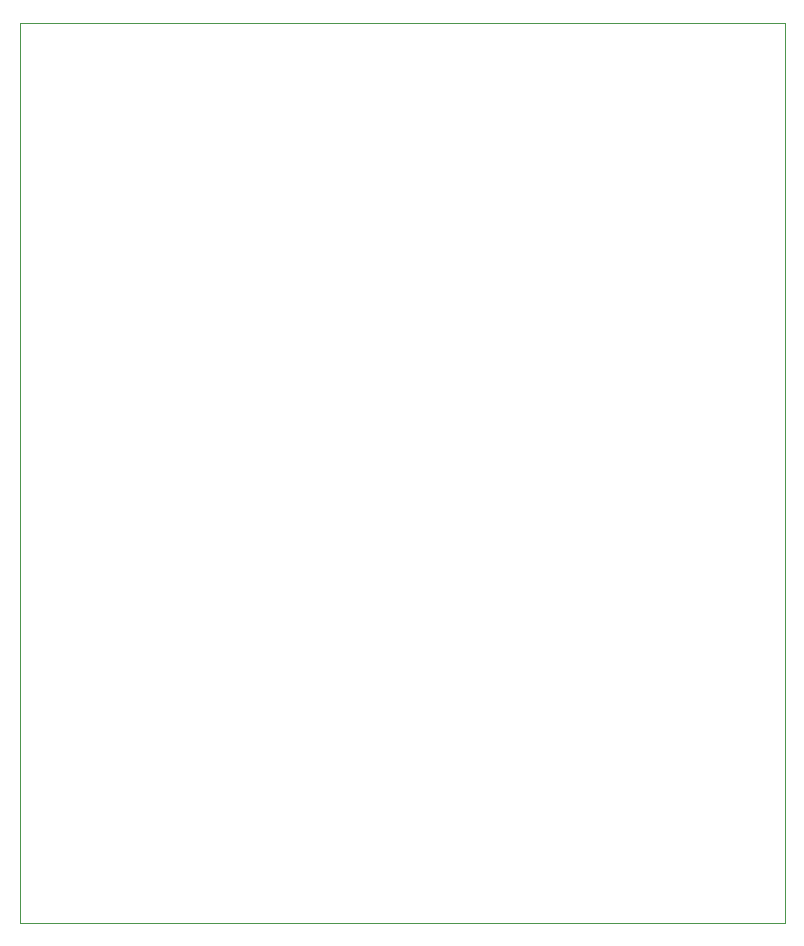
<source format=gbr>
G04 #@! TF.GenerationSoftware,KiCad,Pcbnew,5.0.1-33cea8e~68~ubuntu18.04.1*
G04 #@! TF.CreationDate,2018-11-19T17:19:21-08:00*
G04 #@! TF.ProjectId,Bioreactor,42696F72656163746F722E6B69636164,rev?*
G04 #@! TF.SameCoordinates,Original*
G04 #@! TF.FileFunction,Profile,NP*
%FSLAX46Y46*%
G04 Gerber Fmt 4.6, Leading zero omitted, Abs format (unit mm)*
G04 Created by KiCad (PCBNEW 5.0.1-33cea8e~68~ubuntu18.04.1) date Mon 19 Nov 2018 05:19:21 PM PST*
%MOMM*%
%LPD*%
G01*
G04 APERTURE LIST*
%ADD10C,0.100000*%
G04 APERTURE END LIST*
D10*
X237490000Y-64770000D02*
X172720000Y-64770000D01*
X237490000Y-140970000D02*
X237490000Y-64770000D01*
X172720000Y-140970000D02*
X237490000Y-140970000D01*
X172720000Y-64770000D02*
X172720000Y-140970000D01*
M02*

</source>
